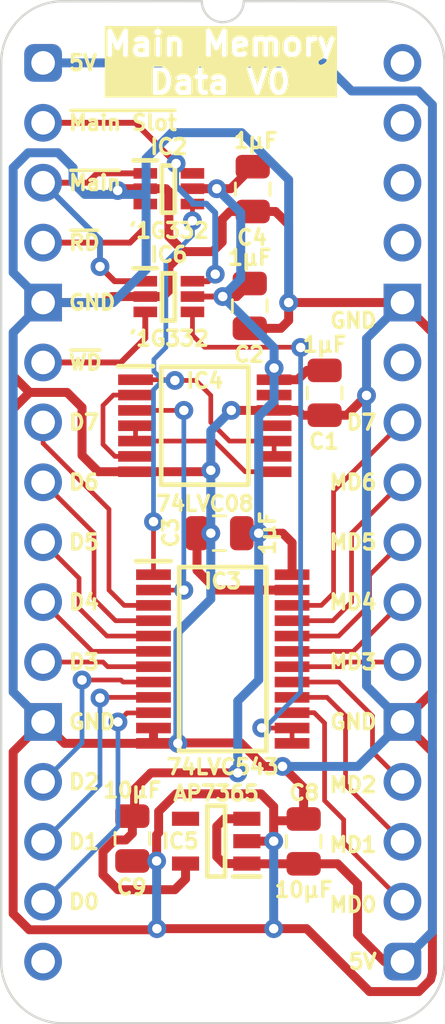
<source format=kicad_pcb>
(kicad_pcb (version 20241229) (generator "pcbnew") (generator_version "9.0")
  (title_block (title "Main Memory Data") (date "2024-02-15") (rev "V0"))
  (layers (0 "F.Cu" signal) (2 "B.Cu" signal) (13 "F.Paste" user) (15 "B.Paste" user) (5 "F.SilkS" user "F.Silkscreen") (7 "B.SilkS" user "B.Silkscreen") (1 "F.Mask" user) (3 "B.Mask" user) (25 "Edge.Cuts" user))
  (net 0 "")
  (net 1 "GND")
  (net 2 "5V")
  (net 3 "/3.3V")
  (net 5 "~{Main Slot}")
  (net 6 "~{Main}")
  (net 7 "~{Main RD}")
  (net 8 "D2")
  (net 9 "D0")
  (net 10 "MD1")
  (net 11 "D3")
  (net 12 "MD7")
  (net 13 "D4")
  (net 14 "MD6")
  (net 15 "MD0")
  (net 16 "D6")
  (net 17 "MD2")
  (net 18 "MD4")
  (net 19 "D7")
  (net 20 "MD3")
  (net 21 "MD5")
  (net 22 "D5")
  (net 23 "D1")
  (net 24 "~{Main WD}")
  (net 31 "/~{Read}")
  (net 32 "/~{Write}")
  (net 33 "/~{Read}_{3}")
  (net 34 "/~{Read}_{2}")
  (net 36 "/~{Read}_{4}")
  (footprint "SamacSys_Parts:SOP65P640X110-14N" (layer "F.Cu") (at 6.858 15.382)
    (property "Reference" "IC4" (at 0 -1.905 0) (layer "F.SilkS") (effects (font (size 0.635 0.635))))
    (property "Value" "74LVC08APW,112" (hide yes))
    (fp_line (start -3.675 -2.525) (end -2.2 -2.525) (stroke (width 0.2)) (layer "F.SilkS"))
    (fp_line (start -1.85 -2.5) (end 1.85 -2.5) (stroke (width 0.2)) (layer "F.SilkS"))
    (fp_line (start -1.85 2.5) (end -1.85 -2.5) (stroke (width 0.2)) (layer "F.SilkS"))
    (fp_line (start 1.85 -2.5) (end 1.85 2.5) (stroke (width 0.2)) (layer "F.SilkS"))
    (fp_line (start 1.85 2.5) (end -1.85 2.5) (stroke (width 0.2)) (layer "F.SilkS"))
    (fp_text user "${Silkscreen}" (at 0 3.302 0) (layer "F.SilkS") (effects (font (size 0.635 0.635))))
    (pad "1" smd rect (at -2.938 -1.95 90) (size 0.45 1.475) (layers "F.Cu" "F.Mask" "F.Paste") (net 31 "/~{Read}"))
    (pad "2" smd rect (at -2.938 -1.3 90) (size 0.45 1.475) (layers "F.Cu" "F.Mask" "F.Paste") (net 33 "/~{Read}_{3}"))
    (pad "3" smd rect (at -2.938 -0.65 90) (size 0.45 1.475) (layers "F.Cu" "F.Mask" "F.Paste") (net 36 "/~{Read}_{4}"))
    (pad "4" smd rect (at -2.938 0 90) (size 0.45 1.475) (layers "F.Cu" "F.Mask" "F.Paste") (net 34 "/~{Read}_{2}"))
    (pad "5" smd rect (at -2.938 0.65 90) (size 0.45 1.475) (layers "F.Cu" "F.Mask" "F.Paste") (net 34 "/~{Read}_{2}"))
    (pad "6" smd rect (at -2.938 1.3 90) (size 0.45 1.475) (layers "F.Cu" "F.Mask" "F.Paste") (net 33 "/~{Read}_{3}"))
    (pad "7" smd rect (at -2.938 1.95 90) (size 0.45 1.475) (layers "F.Cu" "F.Mask" "F.Paste") (net 1 "GND"))
    (pad "8" smd rect (at 2.938 1.95 90) (size 0.45 1.475) (layers "F.Cu" "F.Mask" "F.Paste") (net 34 "/~{Read}_{2}"))
    (pad "9" smd rect (at 2.938 1.3 90) (size 0.45 1.475) (layers "F.Cu" "F.Mask" "F.Paste") (net 31 "/~{Read}"))
    (pad "10" smd rect (at 2.938 0.65 90) (size 0.45 1.475) (layers "F.Cu" "F.Mask" "F.Paste") (net 31 "/~{Read}"))
    (pad "11" smd rect (at 2.938 0 90) (size 0.45 1.475) (layers "F.Cu" "F.Mask" "F.Paste"))
    (pad "12" smd rect (at 2.938 -0.65 90) (size 0.45 1.475) (layers "F.Cu" "F.Mask" "F.Paste") (net 1 "GND"))
    (pad "13" smd rect (at 2.938 -1.3 90) (size 0.45 1.475) (layers "F.Cu" "F.Mask" "F.Paste") (net 1 "GND"))
    (pad "14" smd rect (at 2.938 -1.95 90) (size 0.45 1.475) (layers "F.Cu" "F.Mask" "F.Paste") (net 3 "/3.3V"))
  )
  (footprint "SamacSys_Parts:SOT65P210X110-6N" (layer "F.Cu") (at 5.334 5.334)
    (property "Reference" "IC2" (at 0 -1.778 0) (layer "F.SilkS") (effects (font (size 0.635 0.635))))
    (property "Value" "SN74LVC1G332DCKR" (hide yes))
    (fp_line (start -1.5 -1.2) (end -0.5 -1.2) (stroke (width 0.2)) (layer "F.SilkS"))
    (fp_line (start -0.296 -0.984) (end 0.254 -0.984) (stroke (width 0.2)) (layer "F.SilkS"))
    (fp_line (start -0.296 1.016) (end -0.296 -0.984) (stroke (width 0.2)) (layer "F.SilkS"))
    (fp_line (start 0.254 -0.984) (end 0.254 1.016) (stroke (width 0.2)) (layer "F.SilkS"))
    (fp_line (start 0.254 1.016) (end -0.296 1.016) (stroke (width 0.2)) (layer "F.SilkS"))
    (fp_text user "${Silkscreen}" (at 0 1.778 0) (layer "F.SilkS") (effects (font (size 0.635 0.635))))
    (pad "1" smd rect (at -1 -0.65 90) (size 0.45 1) (layers "F.Cu" "F.Mask" "F.Paste") (net 6 "~{Main}"))
    (pad "2" smd rect (at -1 0 90) (size 0.45 1) (layers "F.Cu" "F.Mask" "F.Paste") (net 1 "GND"))
    (pad "3" smd rect (at -1 0.65 90) (size 0.45 1) (layers "F.Cu" "F.Mask" "F.Paste") (net 7 "~{Main RD}"))
    (pad "4" smd rect (at 1 0.65 90) (size 0.45 1) (layers "F.Cu" "F.Mask" "F.Paste") (net 31 "/~{Read}"))
    (pad "5" smd rect (at 1 0 90) (size 0.45 1) (layers "F.Cu" "F.Mask" "F.Paste") (net 3 "/3.3V"))
    (pad "6" smd rect (at 1 -0.65 90) (size 0.45 1) (layers "F.Cu" "F.Mask" "F.Paste") (net 5 "~{Main Slot}"))
  )
  (footprint "SamacSys_Parts:C_0805" (layer "F.Cu") (at 11.049 33.02)
    (property "Reference" "C8" (at 0.027 -2.075 180) (layer "F.SilkS") (effects (font (size 0.635 0.635))))
    (property "Value" "10µF" (at 0 2.032 0) (layer "F.SilkS") (effects (font (size 0.635 0.635))))
    (fp_line (start -0.735 0.245252) (end -0.735 -0.277252) (stroke (width 0.12)) (layer "F.SilkS"))
    (fp_line (start 0.735 0.245252) (end 0.735 -0.277252) (stroke (width 0.12)) (layer "F.SilkS"))
    (pad "1" smd roundrect (at 0 0.934 90) (size 1 1.45) (layers "F.Cu" "F.Mask" "F.Paste") (net 2 "5V"))
    (pad "2" smd roundrect (at 0 -0.966 90) (size 1 1.45) (layers "F.Cu" "F.Mask" "F.Paste") (net 1 "GND"))
  )
  (footprint "SamacSys_Parts:DIP-32_Board_W15.24mm" (layer "F.Cu") (at 0 0)
    (property "Reference" "J5" (hide yes))
    (property "Value" "Board 2x16 W15.24mm" (hide yes))
    (fp_line (start -1.778 38.1) (end -1.778 0) (stroke (width 0.1)) (layer "Edge.Cuts"))
    (fp_line (start 6.731 -2.6162) (end 0.835732 -2.613732) (stroke (width 0.1)) (layer "Edge.Cuts"))
    (fp_line (start 14.404267 -2.613733) (end 8.509 -2.6162) (stroke (width 0.1)) (layer "Edge.Cuts"))
    (fp_line (start 14.404268 40.713732) (end 0.835733 40.713733) (stroke (width 0.1)) (layer "Edge.Cuts"))
    (fp_line (start 17.018 38.1) (end 17.017999 -0.000001) (stroke (width 0.1)) (layer "Edge.Cuts"))
    (fp_arc (start -1.778 0) (mid -1.012456 -1.848188) (end 0.835732 -2.613732) (stroke (width 0.1)) (layer "Edge.Cuts"))
    (fp_arc (start 0.835733 40.713733) (mid -1.012456 39.948189) (end -1.778 38.1) (stroke (width 0.1)) (layer "Edge.Cuts"))
    (fp_arc (start 8.509 -2.6162) (mid 7.62 -1.7272) (end 6.731 -2.6162) (stroke (width 0.1)) (layer "Edge.Cuts"))
    (fp_arc (start 14.404267 -2.613733) (mid 16.252455 -1.848189) (end 17.017999 -0.000001) (stroke (width 0.1)) (layer "Edge.Cuts"))
    (fp_arc (start 17.018 38.1) (mid 16.252455 39.948187) (end 14.404268 40.713732) (stroke (width 0.1)) (layer "Edge.Cuts"))
    (pad "1" thru_hole roundrect (at 0 0) (size 1.6 1.6) (drill 1) (layers "*.Cu" "*.Mask") (net 2 "5V"))
    (pad "2" thru_hole oval (at 0 2.54) (size 1.6 1.6) (drill 1) (layers "*.Cu" "*.Mask") (net 5 "~{Main Slot}"))
    (pad "3" thru_hole oval (at 0 5.08) (size 1.6 1.6) (drill 1) (layers "*.Cu" "*.Mask") (net 6 "~{Main}"))
    (pad "4" thru_hole oval (at 0 7.62) (size 1.6 1.6) (drill 1) (layers "*.Cu" "*.Mask") (net 7 "~{Main RD}"))
    (pad "5" thru_hole rect (at 0 10.16) (size 1.6 1.6) (drill 1) (layers "*.Cu" "*.Mask") (net 1 "GND"))
    (pad "6" thru_hole oval (at 0 12.7) (size 1.6 1.6) (drill 1) (layers "*.Cu" "*.Mask") (net 24 "~{Main WD}"))
    (pad "7" thru_hole oval (at 0 15.24) (size 1.6 1.6) (drill 1) (layers "*.Cu" "*.Mask") (net 19 "D7"))
    (pad "8" thru_hole oval (at 0 17.78) (size 1.6 1.6) (drill 1) (layers "*.Cu" "*.Mask") (net 16 "D6"))
    (pad "9" thru_hole oval (at 0 20.32) (size 1.6 1.6) (drill 1) (layers "*.Cu" "*.Mask") (net 22 "D5"))
    (pad "10" thru_hole oval (at 0 22.86) (size 1.6 1.6) (drill 1) (layers "*.Cu" "*.Mask") (net 13 "D4"))
    (pad "11" thru_hole oval (at 0 25.4) (size 1.6 1.6) (drill 1) (layers "*.Cu" "*.Mask") (net 11 "D3"))
    (pad "12" thru_hole rect (at 0 27.94) (size 1.6 1.6) (drill 1) (layers "*.Cu" "*.Mask") (net 1 "GND"))
    (pad "13" thru_hole oval (at 0 30.48) (size 1.6 1.6) (drill 1) (layers "*.Cu" "*.Mask") (net 8 "D2"))
    (pad "14" thru_hole oval (at 0 33.02) (size 1.6 1.6) (drill 1) (layers "*.Cu" "*.Mask") (net 23 "D1"))
    (pad "15" thru_hole oval (at 0 35.56) (size 1.6 1.6) (drill 1) (layers "*.Cu" "*.Mask") (net 9 "D0"))
    (pad "16" thru_hole oval (at 0 38.1) (size 1.6 1.6) (drill 1) (layers "*.Cu" "*.Mask"))
    (pad "17" thru_hole roundrect (at 15.24 38.1) (size 1.6 1.6) (drill 1) (layers "*.Cu" "*.Mask") (net 2 "5V"))
    (pad "18" thru_hole oval (at 15.24 35.56 180) (size 1.6 1.6) (drill 1) (layers "*.Cu" "*.Mask") (net 15 "MD0"))
    (pad "19" thru_hole oval (at 15.24 33.02 180) (size 1.6 1.6) (drill 1) (layers "*.Cu" "*.Mask") (net 10 "MD1"))
    (pad "20" thru_hole oval (at 15.24 30.48 180) (size 1.6 1.6) (drill 1) (layers "*.Cu" "*.Mask") (net 17 "MD2"))
    (pad "21" thru_hole rect (at 15.24 27.94) (size 1.6 1.6) (drill 1) (layers "*.Cu" "*.Mask") (net 1 "GND"))
    (pad "22" thru_hole oval (at 15.24 25.4) (size 1.6 1.6) (drill 1) (layers "*.Cu" "*.Mask") (net 20 "MD3"))
    (pad "23" thru_hole oval (at 15.24 22.86) (size 1.6 1.6) (drill 1) (layers "*.Cu" "*.Mask") (net 18 "MD4"))
    (pad "24" thru_hole oval (at 15.24 20.32) (size 1.6 1.6) (drill 1) (layers "*.Cu" "*.Mask") (net 21 "MD5"))
    (pad "25" thru_hole oval (at 15.24 17.78) (size 1.6 1.6) (drill 1) (layers "*.Cu" "*.Mask") (net 14 "MD6"))
    (pad "26" thru_hole oval (at 15.24 15.24) (size 1.6 1.6) (drill 1) (layers "*.Cu" "*.Mask") (net 12 "MD7"))
    (pad "27" thru_hole oval (at 15.24 12.7) (size 1.6 1.6) (drill 1) (layers "*.Cu" "*.Mask"))
    (pad "28" thru_hole rect (at 15.24 10.16) (size 1.6 1.6) (drill 1) (layers "*.Cu" "*.Mask") (net 1 "GND"))
    (pad "29" thru_hole oval (at 15.24 7.62) (size 1.6 1.6) (drill 1) (layers "*.Cu" "*.Mask"))
    (pad "30" thru_hole oval (at 15.24 5.08) (size 1.6 1.6) (drill 1) (layers "*.Cu" "*.Mask"))
    (pad "31" thru_hole oval (at 15.24 2.54) (size 1.6 1.6) (drill 1) (layers "*.Cu" "*.Mask"))
    (pad "32" thru_hole oval (at 15.24 0) (size 1.6 1.6) (drill 1) (layers "*.Cu" "*.Mask"))
  )
  (footprint "SamacSys_Parts:C_0805" (layer "F.Cu") (at 8.763 10.287 180)
    (property "Reference" "C2" (at 0.027 -2.075 0) (layer "F.SilkS") (effects (font (size 0.635 0.635))))
    (property "Value" "1μF" (at 0 2.032 0) (layer "F.SilkS") (effects (font (size 0.635 0.635))))
    (fp_line (start 0.735 -0.277252) (end 0.735 0.245252) (stroke (width 0.12)) (layer "F.SilkS"))
    (fp_line (start -0.735 -0.277252) (end -0.735 0.245252) (stroke (width 0.12)) (layer "F.SilkS"))
    (pad "1" smd roundrect (at 0 0.934 270) (size 1 1.45) (layers "F.Cu" "F.Mask" "F.Paste") (net 3 "/3.3V"))
    (pad "2" smd roundrect (at 0 -0.966 270) (size 1 1.45) (layers "F.Cu" "F.Mask" "F.Paste") (net 1 "GND"))
  )
  (footprint "SamacSys_Parts:SOP65P640X120-24N" (layer "F.Cu") (at 7.62 25.273)
    (property "Reference" "IC3" (at 0 -3.302 0) (layer "F.SilkS") (effects (font (size 0.635 0.635))))
    (property "Value" "SN74LVC543APWR" (hide yes))
    (fp_line (start -3.675 -4.15) (end -2.2 -4.15) (stroke (width 0.2)) (layer "F.SilkS"))
    (fp_line (start -1.85 -3.9) (end 1.85 -3.9) (stroke (width 0.2)) (layer "F.SilkS"))
    (fp_line (start -1.85 3.9) (end -1.85 -3.9) (stroke (width 0.2)) (layer "F.SilkS"))
    (fp_line (start 1.85 -3.9) (end 1.85 3.9) (stroke (width 0.2)) (layer "F.SilkS"))
    (fp_line (start 1.85 3.9) (end -1.85 3.9) (stroke (width 0.2)) (layer "F.SilkS"))
    (fp_text user "${Silkscreen}" (at 0 4.572 0) (layer "F.SilkS") (effects (font (size 0.635 0.635))))
    (pad "1" smd rect (at -2.938 -3.575 90) (size 0.45 1.475) (layers "F.Cu" "F.Mask" "F.Paste") (net 31 "/~{Read}"))
    (pad "2" smd rect (at -2.938 -2.925 90) (size 0.45 1.475) (layers "F.Cu" "F.Mask" "F.Paste") (net 36 "/~{Read}_{4}"))
    (pad "3" smd rect (at -2.938 -2.275 90) (size 0.45 1.475) (layers "F.Cu" "F.Mask" "F.Paste") (net 19 "D7"))
    (pad "4" smd rect (at -2.938 -1.625 90) (size 0.45 1.475) (layers "F.Cu" "F.Mask" "F.Paste") (net 16 "D6"))
    (pad "5" smd rect (at -2.938 -0.975 90) (size 0.45 1.475) (layers "F.Cu" "F.Mask" "F.Paste") (net 22 "D5"))
    (pad "6" smd rect (at -2.938 -0.325 90) (size 0.45 1.475) (layers "F.Cu" "F.Mask" "F.Paste") (net 13 "D4"))
    (pad "7" smd rect (at -2.938 0.325 90) (size 0.45 1.475) (layers "F.Cu" "F.Mask" "F.Paste") (net 11 "D3"))
    (pad "8" smd rect (at -2.938 0.975 90) (size 0.45 1.475) (layers "F.Cu" "F.Mask" "F.Paste") (net 8 "D2"))
    (pad "9" smd rect (at -2.938 1.625 90) (size 0.45 1.475) (layers "F.Cu" "F.Mask" "F.Paste") (net 23 "D1"))
    (pad "10" smd rect (at -2.938 2.275 90) (size 0.45 1.475) (layers "F.Cu" "F.Mask" "F.Paste") (net 9 "D0"))
    (pad "11" smd rect (at -2.938 2.925 90) (size 0.45 1.475) (layers "F.Cu" "F.Mask" "F.Paste") (net 1 "GND"))
    (pad "12" smd rect (at -2.938 3.575 90) (size 0.45 1.475) (layers "F.Cu" "F.Mask" "F.Paste") (net 1 "GND"))
    (pad "13" smd rect (at 2.938 3.575 90) (size 0.45 1.475) (layers "F.Cu" "F.Mask" "F.Paste") (net 32 "/~{Write}"))
    (pad "14" smd rect (at 2.938 2.925 90) (size 0.45 1.475) (layers "F.Cu" "F.Mask" "F.Paste") (net 32 "/~{Write}"))
    (pad "15" smd rect (at 2.938 2.275 90) (size 0.45 1.475) (layers "F.Cu" "F.Mask" "F.Paste") (net 15 "MD0"))
    (pad "16" smd rect (at 2.938 1.625 90) (size 0.45 1.475) (layers "F.Cu" "F.Mask" "F.Paste") (net 10 "MD1"))
    (pad "17" smd rect (at 2.938 0.975 90) (size 0.45 1.475) (layers "F.Cu" "F.Mask" "F.Paste") (net 17 "MD2"))
    (pad "18" smd rect (at 2.938 0.325 90) (size 0.45 1.475) (layers "F.Cu" "F.Mask" "F.Paste") (net 20 "MD3"))
    (pad "19" smd rect (at 2.938 -0.325 90) (size 0.45 1.475) (layers "F.Cu" "F.Mask" "F.Paste") (net 18 "MD4"))
    (pad "20" smd rect (at 2.938 -0.975 90) (size 0.45 1.475) (layers "F.Cu" "F.Mask" "F.Paste") (net 21 "MD5"))
    (pad "21" smd rect (at 2.938 -1.625 90) (size 0.45 1.475) (layers "F.Cu" "F.Mask" "F.Paste") (net 14 "MD6"))
    (pad "22" smd rect (at 2.938 -2.275 90) (size 0.45 1.475) (layers "F.Cu" "F.Mask" "F.Paste") (net 12 "MD7"))
    (pad "23" smd rect (at 2.938 -2.925 90) (size 0.45 1.475) (layers "F.Cu" "F.Mask" "F.Paste") (net 1 "GND"))
    (pad "24" smd rect (at 2.938 -3.575 90) (size 0.45 1.475) (layers "F.Cu" "F.Mask" "F.Paste") (net 3 "/3.3V"))
  )
  (footprint "SamacSys_Parts:C_0805" (layer "F.Cu") (at 7.493 19.939 90)
    (property "Reference" "C3" (at 0.027 -2.075 90) (layer "F.SilkS") (effects (font (size 0.635 0.635))))
    (property "Value" "1μF" (at 0 2.032 90) (layer "F.SilkS") (effects (font (size 0.635 0.635))))
    (fp_line (start 0.735 -0.277252) (end 0.735 0.245252) (stroke (width 0.12)) (layer "F.SilkS"))
    (fp_line (start -0.735 -0.277252) (end -0.735 0.245252) (stroke (width 0.12)) (layer "F.SilkS"))
    (pad "1" smd roundrect (at 0 0.934 180) (size 1 1.45) (layers "F.Cu" "F.Mask" "F.Paste") (net 3 "/3.3V"))
    (pad "2" smd roundrect (at 0 -0.966 180) (size 1 1.45) (layers "F.Cu" "F.Mask" "F.Paste") (net 1 "GND"))
  )
  (footprint "SamacSys_Parts:C_0805" (layer "F.Cu") (at 3.7846 32.8676 180)
    (property "Reference" "C9" (at 0.027 -2.075 0) (layer "F.SilkS") (effects (font (size 0.635 0.635))))
    (property "Value" "10µF" (at 0 2.032 180) (layer "F.SilkS") (effects (font (size 0.635 0.635))))
    (fp_line (start 0.735 0.245252) (end 0.735 -0.277252) (stroke (width 0.12)) (layer "F.SilkS"))
    (fp_line (start -0.735 0.245252) (end -0.735 -0.277252) (stroke (width 0.12)) (layer "F.SilkS"))
    (pad "1" smd roundrect (at 0 0.934 270) (size 1 1.45) (layers "F.Cu" "F.Mask" "F.Paste") (net 3 "/3.3V"))
    (pad "2" smd roundrect (at 0 -0.966 270) (size 1 1.45) (layers "F.Cu" "F.Mask" "F.Paste") (net 1 "GND"))
  )
  (footprint "SamacSys_Parts:SOT95P285X130-5N" (layer "F.Cu") (at 7.3406 32.9946 180)
    (property "Reference" "IC5" (at 1.524 0 180) (layer "F.SilkS") (effects (font (size 0.635 0.635))))
    (property "Value" "AP7365-33WG-7" (hide yes))
    (fp_line (start 0.375 1.5) (end -0.375 1.5) (stroke (width 0.2)) (layer "F.SilkS"))
    (fp_line (start 0.375 -1.5) (end 0.375 1.5) (stroke (width 0.2)) (layer "F.SilkS"))
    (fp_line (start -0.375 1.5) (end -0.375 -1.5) (stroke (width 0.2)) (layer "F.SilkS"))
    (fp_line (start -0.375 -1.5) (end 0.375 -1.5) (stroke (width 0.2)) (layer "F.SilkS"))
    (fp_line (start -1.875 -1.5) (end -0.725 -1.5) (stroke (width 0.2)) (layer "F.SilkS"))
    (fp_text user "${Silkscreen}" (at 0 2.032 180) (layer "F.SilkS") (effects (font (size 0.635 0.635))))
    (pad "1" smd rect (at -1.3 -0.95 270) (size 0.6 1.15) (layers "F.Cu" "F.Mask" "F.Paste") (net 2 "5V"))
    (pad "2" smd rect (at -1.3 0 270) (size 0.6 1.15) (layers "F.Cu" "F.Mask" "F.Paste") (net 1 "GND"))
    (pad "3" smd rect (at -1.3 0.95 270) (size 0.6 1.15) (layers "F.Cu" "F.Mask" "F.Paste") (net 2 "5V"))
    (pad "4" smd rect (at 1.3 0.95 270) (size 0.6 1.15) (layers "F.Cu" "F.Mask" "F.Paste"))
    (pad "5" smd rect (at 1.3 -0.95 270) (size 0.6 1.15) (layers "F.Cu" "F.Mask" "F.Paste") (net 3 "/3.3V"))
  )
  (footprint "SamacSys_Parts:SOT65P210X110-6N" (layer "F.Cu") (at 5.334 9.906)
    (property "Reference" "IC6" (at 0 -1.778 0) (layer "F.SilkS") (effects (font (size 0.635 0.635))))
    (property "Value" "SN74LVC1G332DCKR" (hide yes))
    (fp_line (start -1.5 -1.2) (end -0.5 -1.2) (stroke (width 0.2)) (layer "F.SilkS"))
    (fp_line (start -0.296 -0.984) (end 0.254 -0.984) (stroke (width 0.2)) (layer "F.SilkS"))
    (fp_line (start -0.296 1.016) (end -0.296 -0.984) (stroke (width 0.2)) (layer "F.SilkS"))
    (fp_line (start 0.254 -0.984) (end 0.254 1.016) (stroke (width 0.2)) (layer "F.SilkS"))
    (fp_line (start 0.254 1.016) (end -0.296 1.016) (stroke (width 0.2)) (layer "F.SilkS"))
    (fp_text user "${Silkscreen}" (at 0 1.778 0) (layer "F.SilkS") (effects (font (size 0.635 0.635))))
    (pad "1" smd rect (at -1 -0.65 90) (size 0.45 1) (layers "F.Cu" "F.Mask" "F.Paste") (net 6 "~{Main}"))
    (pad "2" smd rect (at -1 0 90) (size 0.45 1) (layers "F.Cu" "F.Mask" "F.Paste") (net 1 "GND"))
    (pad "3" smd rect (at -1 0.65 90) (size 0.45 1) (layers "F.Cu" "F.Mask" "F.Paste") (net 24 "~{Main WD}"))
    (pad "4" smd rect (at 1 0.65 90) (size 0.45 1) (layers "F.Cu" "F.Mask" "F.Paste") (net 32 "/~{Write}"))
    (pad "5" smd rect (at 1 0 90) (size 0.45 1) (layers "F.Cu" "F.Mask" "F.Paste") (net 3 "/3.3V"))
    (pad "6" smd rect (at 1 -0.65 90) (size 0.45 1) (layers "F.Cu" "F.Mask" "F.Paste") (net 5 "~{Main Slot}"))
  )
  (footprint "SamacSys_Parts:C_0805" (layer "F.Cu") (at 11.938 13.97 180)
    (property "Reference" "C1" (at 0.027 -2.075 0) (layer "F.SilkS") (effects (font (size 0.635 0.635))))
    (property "Value" "1μF" (at 0 2.032 0) (layer "F.SilkS") (effects (font (size 0.635 0.635))))
    (fp_line (start 0.735 -0.277252) (end 0.735 0.245252) (stroke (width 0.12)) (layer "F.SilkS"))
    (fp_line (start -0.735 -0.277252) (end -0.735 0.245252) (stroke (width 0.12)) (layer "F.SilkS"))
    (pad "1" smd roundrect (at 0 0.934 270) (size 1 1.45) (layers "F.Cu" "F.Mask" "F.Paste") (net 3 "/3.3V"))
    (pad "2" smd roundrect (at 0 -0.966 270) (size 1 1.45) (layers "F.Cu" "F.Mask" "F.Paste") (net 1 "GND"))
  )
  (footprint "SamacSys_Parts:C_0805" (layer "F.Cu") (at 8.89 5.334 180)
    (property "Reference" "C4" (at 0.027 -2.075 0) (layer "F.SilkS") (effects (font (size 0.635 0.635))))
    (property "Value" "1μF" (at -0.127 2.032 0) (layer "F.SilkS") (effects (font (size 0.635 0.635))))
    (fp_line (start 0.735 -0.277252) (end 0.735 0.245252) (stroke (width 0.12)) (layer "F.SilkS"))
    (fp_line (start -0.735 -0.277252) (end -0.735 0.245252) (stroke (width 0.12)) (layer "F.SilkS"))
    (pad "1" smd roundrect (at 0 0.934 270) (size 1 1.45) (layers "F.Cu" "F.Mask" "F.Paste") (net 3 "/3.3V"))
    (pad "2" smd roundrect (at 0 -0.966 270) (size 1 1.45) (layers "F.Cu" "F.Mask" "F.Paste") (net 1 "GND"))
  )
  (gr_text "D3" (at 1.016 25.4 0) (layer "F.SilkS") (effects (font (size 0.635 0.635)) (justify left)))
  (gr_text "GND" (at 14.224 27.94 0) (layer "F.SilkS") (effects (font (size 0.635 0.635)) (justify right)))
  (gr_text "~{Main}" (at 1.016 5.08 0) (layer "F.SilkS") (effects (font (size 0.635 0.635)) (justify left)))
  (gr_text "D6" (at 1.016 17.78 0) (layer "F.SilkS") (effects (font (size 0.635 0.635)) (justify left)))
  (gr_text "MD1" (at 14.224 33.147 0) (layer "F.SilkS") (effects (font (size 0.635 0.635)) (justify right)))
  (gr_text "D2" (at 1.016 30.48 0) (layer "F.SilkS") (effects (font (size 0.635 0.635)) (justify left)))
  (gr_text "5V" (at 14.224 38.1 0) (layer "F.SilkS") (effects (font (size 0.635 0.635)) (justify right)))
  (gr_text "MD3" (at 14.224 25.4 0) (layer "F.SilkS") (effects (font (size 0.635 0.635)) (justify right)))
  (gr_text "GND" (at 1.016 27.94 0) (layer "F.SilkS") (effects (font (size 0.635 0.635)) (justify left)))
  (gr_text "D7" (at 1.016 15.24 0) (layer "F.SilkS") (effects (font (size 0.635 0.635)) (justify left)))
  (gr_text "MD4" (at 14.224 22.86 0) (layer "F.SilkS") (effects (font (size 0.635 0.635)) (justify right)))
  (gr_text "GND" (at 14.224 10.922 0) (layer "F.SilkS") (effects (font (size 0.635 0.635)) (justify right)))
  (gr_text "D1" (at 1.016 33.02 0) (layer "F.SilkS") (effects (font (size 0.635 0.635)) (justify left)))
  (gr_text "~{RD}" (at 1.016 7.62 0) (layer "F.SilkS") (effects (font (size 0.635 0.635)) (justify left)))
  (gr_text "D5" (at 1.016 20.32 0) (layer "F.SilkS") (effects (font (size 0.635 0.635)) (justify left)))
  (gr_text "D0" (at 1.016 35.56 0) (layer "F.SilkS") (effects (font (size 0.635 0.635)) (justify left)))
  (gr_text "GND" (at 1.016 10.16 0) (layer "F.SilkS") (effects (font (size 0.635 0.635)) (justify left)))
  (gr_text "D4" (at 1.016 22.86 0) (layer "F.SilkS") (effects (font (size 0.635 0.635)) (justify left)))
  (gr_text "D7" (at 14.224 15.24 0) (layer "F.SilkS") (effects (font (size 0.635 0.635)) (justify right)))
  (gr_text "5V" (at 1.016 0 0) (layer "F.SilkS") (effects (font (size 0.635 0.635)) (justify left)))
  (gr_text "~{WD}" (at 1.016 12.7 0) (layer "F.SilkS") (effects (font (size 0.635 0.635)) (justify left)))
  (gr_text "MD5" (at 14.224 20.32 0) (layer "F.SilkS") (effects (font (size 0.635 0.635)) (justify right)))
  (gr_text "Main Memory\nData V0" (at 7.493 0 0) (layer "F.SilkS" knockout) (effects (font (size 1 1) (thickness 0.2) (bold yes))))
  (gr_text "~{Main Slot}" (at 1.016 2.54 0) (layer "F.SilkS") (effects (font (size 0.635 0.635)) (justify left)))
  (gr_text "MD6" (at 14.224 17.78 0) (layer "F.SilkS") (effects (font (size 0.635 0.635)) (justify right)))
  (gr_text "MD2" (at 14.224 30.607 0) (layer "F.SilkS") (effects (font (size 0.635 0.635)) (justify right)))
  (gr_text "MD0" (at 14.224 35.687 0) (layer "F.SilkS") (effects (font (size 0.635 0.635)) (justify right)))
  (segment (start 3.237547 5.334) (end 4.334 5.334) (width 0.38) (layer "F.Cu") (net 1))
  (segment (start 10.414004 10.160004) (end 10.414004 10.921996) (width 0.38) (layer "F.Cu") (net 1))
  (segment (start -1.27 14.667085) (end -0.572915 13.97) (width 0.38) (layer "F.Cu") (net 1))
  (segment (start 11.049 32.054) (end 11.049 30.721435) (width 0.38) (layer "F.Cu") (net 1))
  (segment (start 10.414008 10.16) (end 10.414004 10.160004) (width 0.38) (layer "F.Cu") (net 1))
  (segment (start -1.27 13.272915) (end -0.572915 13.97) (width 0.38) (layer "F.Cu") (net 1))
  (segment (start 9.779 32.131) (end 9.779 31.528) (width 0.38) (layer "F.Cu") (net 1))
  (segment (start 4.814001 33.833597) (end 4.814001 32.724599) (width 0.38) (layer "F.Cu") (net 1))
  (segment (start 7.595 6.629) (end 7.595 7.595) (width 0.38) (layer "F.Cu") (net 1))
  (segment (start 8.89 6.3) (end 9.856 6.3) (width 0.38) (layer "F.Cu") (net 1))
  (segment (start 3.92 17.332) (end 2.346 17.332) (width 0.38) (layer "F.Cu") (net 1))
  (segment (start 7.189 8.001) (end 5.969 8.001) (width 0.38) (layer "F.Cu") (net 1))
  (segment (start 5.715 28.848) (end 4.682 28.848) (width 0.38) (layer "F.Cu") (net 1))
  (segment (start 13.716 14.097) (end 12.877 14.936) (width 0.38) (layer "F.Cu") (net 1))
  (segment (start -1.27 26.67) (end -1.27 14.667085) (width 0.38) (layer "F.Cu") (net 1))
  (segment (start 15.928038 39.37) (end 13.843 39.37) (width 0.38) (layer "F.Cu") (net 1))
  (segment (start 0 27.94) (end -1.27 29.21) (width 0.38) (layer "F.Cu") (net 1))
  (segment (start 5.334 9.652) (end 5.334 8.636) (width 0.38) (layer "F.Cu") (net 1))
  (segment (start 3.7846 33.8336) (end 4.813998 33.8336) (width 0.38) (layer "F.Cu") (net 1))
  (segment (start 1.651 14.605) (end 1.016 13.97) (width 0.38) (layer "F.Cu") (net 1))
  (segment (start 5.334 8.636) (end 5.969 8.001) (width 0.38) (layer "F.Cu") (net 1))
  (segment (start 16.51 26.67) (end 15.24 27.94) (width 0.38) (layer "F.Cu") (net 1))
  (segment (start -0.588 36.75) (end 4.779 36.75) (width 0.38) (layer "F.Cu") (net 1))
  (segment (start 5.646244 30.988) (end 4.8996 31.734644) (width 0.38) (layer "F.Cu") (net 1))
  (segment (start 13.843 39.37) (end 11.176 36.703) (width 0.38) (layer "F.Cu") (net 1))
  (segment (start 10.414004 6.858004) (end 10.414004 10.160004) (width 0.38) (layer "F.Cu") (net 1))
  (segment (start 5.334 5.454) (end 5.334 7.366) (width 0.38) (layer "F.Cu") (net 1))
  (segment (start 4.814001 32.724599) (end 4.8996 32.639) (width 0.38) (layer "F.Cu") (net 1))
  (segment (start 10.083 11.253) (end 8.763 11.253) (width 0.38) (layer "F.Cu") (net 1))
  (segment (start 9.779 32.131) (end 10.972 32.131) (width 0.38) (layer "F.Cu") (net 1))
  (segment (start 5.214 5.334) (end 5.334 5.454) (width 0.38) (layer "F.Cu") (net 1))
  (segment (start 16.51 29.21) (end 16.51 38.577442) (width 0.38) (layer "F.Cu") (net 1))
  (segment (start -1.27 36.068) (end -0.588 36.75) (width 0.38) (layer "F.Cu") (net 1))
  (segment (start -1.27 11.43) (end -1.27 13.272915) (width 0.38) (layer "F.Cu") (net 1))
  (segment (start 10.999 14.936) (end 10.795 14.732) (width 0.38) (layer "F.Cu") (net 1))
  (segment (start 2.346 17.332) (end 1.651 16.637) (width 0.38) (layer "F.Cu") (net 1))
  (segment (start 4.813998 33.8336) (end 4.814001 33.833597) (width 0.38) (layer "F.Cu") (net 1))
  (segment (start 15.24 10.16) (end 16.51 11.43) (width 0.38) (layer "F.Cu") (net 1))
  (segment (start 12.877 14.936) (end 11.938 14.936) (width 0.38) (layer "F.Cu") (net 1))
  (segment (start 7.052 17.332) (end 3.92 17.332) (width 0.38) (layer "F.Cu") (net 1))
  (segment (start 16.432916 38.865122) (end 15.928038 39.37) (width 0.38) (layer "F.Cu") (net 1))
  (segment (start 6.527 19.939) (end 7.112 19.939) (width 0.38) (layer "F.Cu") (net 1))
  (segment (start 7.595 7.595) (end 7.189 8.001) (width 0.38) (layer "F.Cu") (net 1))
  (segment (start 4.334 9.906) (end 5.08 9.906) (width 0.38) (layer "F.Cu") (net 1))
  (segment (start 10.414004 10.921996) (end 10.083 11.253) (width 0.38) (layer "F.Cu") (net 1))
  (segment (start 5.734 28.829) (end 8.382 28.829) (width 0.38) (layer "F.Cu") (net 1))
  (segment (start 11.049 30.721435) (end 10.153366 29.825801) (width 0.38) (layer "F.Cu") (net 1))
  (segment (start 10.558 22.348) (end 7.362 22.348) (width 0.38) (layer "F.Cu") (net 1))
  (segment (start 9.796 14.082) (end 9.796 14.732) (width 0.38) (layer "F.Cu") (net 1))
  (segment (start 1.651 16.637) (end 1.651 14.605) (width 0.38) (layer "F.Cu") (net 1))
  (segment (start 3.162547 5.409) (end 3.237547 5.334) (width 0.38) (layer "F.Cu") (net 1))
  (segment (start 16.51 11.43) (end 16.51 26.67) (width 0.38) (layer "F.Cu") (net 1))
  (segment (start 4.334 9.906) (end 2.921 9.906) (width 0.38) (layer "F.Cu") (net 1))
  (segment (start 0 10.16) (end -1.27 11.43) (width 0.38) (layer "F.Cu") (net 1))
  (segment (start 7.362 22.348) (end 6.527 21.513) (width 0.38) (layer "F.Cu") (net 1))
  (segment (start 15.24 10.16) (end 10.414008 10.16) (width 0.38) (layer "F.Cu") (net 1))
  (segment (start 2.667 10.16) (end 0 10.16) (width 0.38) (layer "F.Cu") (net 1))
  (segment (start 0.908 28.848) (end 4.682 28.848) (width 0.38) (layer "F.Cu") (net 1))
  (segment (start 8.89 6.3) (end 7.924 6.3) (width 0.38) (layer "F.Cu") (net 1))
  (segment (start 15.24 27.94) (end 16.51 29.21) (width 0.38) (layer "F.Cu") (net 1))
  (segment (start 7.112 17.272) (end 7.052 17.332) (width 0.38) (layer "F.Cu") (net 1))
  (segment (start 5.334 7.366) (end 5.969 8.001) (width 0.38) (layer "F.Cu") (net 1))
  (segment (start 11.938 14.936) (end 10.999 14.936) (width 0.38) (layer "F.Cu") (net 1))
  (segment (start 11.176 36.703) (end 9.779 36.703) (width 0.38) (layer "F.Cu") (net 1))
  (segment (start 4.8996 31.734644) (end 4.8996 32.639) (width 0.38) (layer "F.Cu") (net 1))
  (segment (start -1.27 29.21) (end -1.27 36.068) (width 0.38) (layer "F.Cu") (net 1))
  (segment (start 9.856 6.3) (end 10.414004 6.858004) (width 0.38) (layer "F.Cu") (net 1))
  (segment (start 9.239 30.988) (end 5.646244 30.988) (width 0.38) (layer "F.Cu") (net 1))
  (segment (start 5.08 9.906) (end 5.334 9.652) (width 0.38) (layer "F.Cu") (net 1))
  (segment (start 8.382 28.829) (end 9.378801 29.825801) (width 0.38) (layer "F.Cu") (net 1))
  (segment (start 9.779 32.9946) (end 9.779 32.131) (width 0.38) (layer "F.Cu") (net 1))
  (segment (start 9.779 36.703) (end 4.826 36.703) (width 0.38) (layer "F.Cu") (net 1))
  (segment (start 9.378801 29.825801) (end 10.153366 29.825801) (width 0.38) (layer "F.Cu") (net 1))
  (segment (start 4.334 5.334) (end 5.214 5.334) (width 0.38) (layer "F.Cu") (net 1))
  (segment (start 5.715 28.848) (end 5.734 28.829) (width 0.38) (layer "F.Cu") (net 1))
  (segment (start 7.924 6.3) (end 7.595 6.629) (width 0.38) (layer "F.Cu") (net 1))
  (segment (start 4.779 36.75) (end 4.826 36.703) (width 0.38) (layer "F.Cu") (net 1))
  (segment (start 1.016 13.97) (end -0.572915 13.97) (width 0.38) (layer "F.Cu") (net 1))
  (segment (start 9.796 14.732) (end 10.795 14.732) (width 0.38) (layer "F.Cu") (net 1))
  (segment (start 0 27.94) (end -1.27 26.67) (width 0.38) (layer "F.Cu") (net 1))
  (segment (start 9.779 31.528) (end 9.239 30.988) (width 0.38) (layer "F.Cu") (net 1))
  (segment (start 0 27.94) (end 0.908 28.848) (width 0.38) (layer "F.Cu") (net 1))
  (segment (start 16.51 38.577442) (end 16.432916 38.865122) (width 0.38) (layer "F.Cu") (net 1))
  (segment (start 4.682 28.198) (end 4.682 28.848) (width 0.38) (layer "F.Cu") (net 1))
  (segment (start 8.6406 32.9946) (end 9.779 32.9946) (width 0.38) (layer "F.Cu") (net 1))
  (segment (start 6.527 21.513) (end 6.527 19.939) (width 0.38) (layer "F.Cu") (net 1))
  (segment (start 7.981998 14.732) (end 9.796 14.732) (width 0.38) (layer "F.Cu") (net 1))
  (segment (start 2.921 9.906) (end 2.667 10.16) (width 0.38) (layer "F.Cu") (net 1))
  (via (at 5.715 28.848) (size 0.8) (drill 0.4) (layers "F.Cu" "B.Cu") (net 1))
  (via (at 3.162547 5.409) (size 0.8) (drill 0.4) (layers "F.Cu" "B.Cu") (net 1))
  (via (at 7.981998 14.732) (size 0.8) (drill 0.4) (layers "F.Cu" "B.Cu") (net 1))
  (via (at 7.112 19.939) (size 0.8) (drill 0.4) (layers "F.Cu" "B.Cu") (net 1))
  (via (at 9.779 32.9946) (size 0.8) (drill 0.4) (layers "F.Cu" "B.Cu") (net 1))
  (via (at 4.814001 33.833597) (size 0.8) (drill 0.4) (layers "F.Cu" "B.Cu") (net 1))
  (via (at 4.826 36.703) (size 0.8) (drill 0.4) (layers "F.Cu" "B.Cu") (net 1))
  (via (at 10.153366 29.825801) (size 0.8) (drill 0.4) (layers "F.Cu" "B.Cu") (net 1))
  (via (at 13.716 14.097) (size 0.8) (drill 0.4) (layers "F.Cu" "B.Cu") (net 1))
  (via (at 9.779 36.703) (size 0.8) (drill 0.4) (layers "F.Cu" "B.Cu") (net 1))
  (via (at 7.112 17.272) (size 0.8) (drill 0.4) (layers "F.Cu" "B.Cu") (net 1))
  (via (at 10.414004 10.160004) (size 0.8) (drill 0.4) (layers "F.Cu" "B.Cu") (net 1))
  (segment (start 1.27 4.445) (end 0.635 3.81) (width 0.38) (layer "B.Cu") (net 1))
  (segment (start 2.996 5.575547) (end 1.765547 5.575547) (width 0.38) (layer "B.Cu") (net 1))
  (segment (start 13.716 14.097) (end 13.716 26.416) (width 0.38) (layer "B.Cu") (net 1))
  (segment (start 13.716 14.097) (end 13.716 11.684) (width 0.38) (layer "B.Cu") (net 1))
  (segment (start 8.420028 2.959028) (end 10.414004 4.953004) (width 0.38) (layer "B.Cu") (net 1))
  (segment (start 1.27 5.08) (end 1.27 4.445) (width 0.38) (layer "B.Cu") (net 1))
  (segment (start 7.112 17.272) (end 7.112 15.601998) (width 0.38) (layer "B.Cu") (net 1))
  (segment (start 10.414004 4.953004) (end 10.414004 10.160004) (width 0.38) (layer "B.Cu") (net 1))
  (segment (start 2.971 10.16) (end 4.368 8.763) (width 0.38) (layer "B.Cu") (net 1))
  (segment (start 3.329094 5.575547) (end 3.162547 5.409) (width 0.38) (layer "B.Cu") (net 1))
  (segment (start 3.162547 5.409) (end 2.996 5.575547) (width 0.38) (layer "B.Cu") (net 1))
  (segment (start 5.461 2.959028) (end 8.420028 2.959028) (width 0.38) (layer "B.Cu") (net 1))
  (segment (start -1.27 11.43) (end -1.27 26.67) (width 0.38) (layer "B.Cu") (net 1))
  (segment (start -0.635 3.81) (end -1.27 4.445) (width 0.38) (layer "B.Cu") (net 1))
  (segment (start 4.814001 33.833597) (end 4.814001 36.691001) (width 0.38) (layer "B.Cu") (net 1))
  (segment (start -1.27 8.89) (end 0 10.16) (width 0.38) (layer "B.Cu") (net 1))
  (segment (start 1.765547 5.575547) (end 1.27 5.08) (width 0.38) (layer "B.Cu") (net 1))
  (segment (start 13.716 11.684) (end 15.24 10.16) (width 0.38) (layer "B.Cu") (net 1))
  (segment (start 4.368 4.052028) (end 5.461 2.959028) (width 0.38) (layer "B.Cu") (net 1))
  (segment (start 7.112 15.601998) (end 7.981998 14.732) (width 0.38) (layer "B.Cu") (net 1))
  (segment (start 13.716 26.416) (end 15.24 27.94) (width 0.38) (layer "B.Cu") (net 1))
  (segment (start 0.635 3.81) (end -0.635 3.81) (width 0.38) (layer "B.Cu") (net 1))
  (segment (start 4.814001 36.691001) (end 4.826 36.703) (width 0.38) (layer "B.Cu") (net 1))
  (segment (start 0 10.16) (end 2.971 10.16) (width 0.38) (layer "B.Cu") (net 1))
  (segment (start 7.112 17.272) (end 7.112 19.939) (width 0.38) (layer "B.Cu") (net 1))
  (segment (start 4.355547 5.575547) (end 3.329094 5.575547) (width 0.38) (layer "B.Cu") (net 1))
  (segment (start 4.368 8.763) (end 4.368 4.052028) (width 0.38) (layer "B.Cu") (net 1))
  (segment (start 9.779 32.9946) (end 9.779 36.703) (width 0.38) (layer "B.Cu") (net 1))
  (segment (start 15.24 27.94) (end 13.354199 29.825801) (width 0.38) (layer "B.Cu") (net 1))
  (segment (start -1.27 26.67) (end 0 27.94) (width 0.38) (layer "B.Cu") (net 1))
  (segment (start 13.354199 29.825801) (end 10.153366 29.825801) (width 0.38) (layer "B.Cu") (net 1))
  (segment (start -1.27 4.445) (end -1.27 8.89) (width 0.38) (layer "B.Cu") (net 1))
  (segment (start 7.112 22.733) (end 5.715 24.13) (width 0.38) (layer "B.Cu") (net 1))
  (segment (start 7.112 19.939) (end 7.112 22.733) (width 0.38) (layer "B.Cu") (net 1))
  (segment (start 5.715 24.13) (end 5.715 28.848) (width 0.38) (layer "B.Cu") (net 1))
  (segment (start 0 10.16) (end -1.27 11.43) (width 0.38) (layer "B.Cu") (net 1))
  (segment (start 14.478 38.1) (end 13.335 36.957) (width 0.38) (layer "F.Cu") (net 2))
  (segment (start 7.366 33.655) (end 7.6556 33.9446) (width 0.38) (layer "F.Cu") (net 2))
  (segment (start 7.6556 33.9446) (end 8.6406 33.9446) (width 0.38) (layer "F.Cu") (net 2))
  (segment (start 13.335 34.798) (end 12.491 33.954) (width 0.38) (layer "F.Cu") (net 2))
  (segment (start 15.24 38.1) (end 14.478 38.1) (width 0.38) (layer "F.Cu") (net 2))
  (segment (start 11.049 33.954) (end 8.65 33.954) (width 0.38) (layer "F.Cu") (net 2))
  (segment (start 7.6856 32.0446) (end 7.366 32.3642) (width 0.38) (layer "F.Cu") (net 2))
  (segment (start 12.491 33.954) (end 11.049 33.954) (width 0.38) (layer "F.Cu") (net 2))
  (segment (start 8.6406 32.0446) (end 7.6856 32.0446) (width 0.38) (layer "F.Cu") (net 2))
  (segment (start 13.335 36.957) (end 13.335 34.798) (width 0.38) (layer "F.Cu") (net 2))
  (segment (start 7.366 32.3642) (end 7.366 33.655) (width 0.38) (layer "F.Cu") (net 2))
  (segment (start 16.51 36.83) (end 16.51 1.778) (width 0.38) (layer "B.Cu") (net 2))
  (segment (start 11.89 0) (end 0 0) (width 0.38) (layer "B.Cu") (net 2))
  (segment (start 16.51 1.778) (end 15.923 1.191) (width 0.38) (layer "B.Cu") (net 2))
  (segment (start 13.081 1.191) (end 11.89 0) (width 0.38) (layer "B.Cu") (net 2))
  (segment (start 15.24 38.1) (end 16.51 36.83) (width 0.38) (layer "B.Cu") (net 2))
  (segment (start 15.923 1.191) (end 13.081 1.191) (width 0.38) (layer "B.Cu") (net 2))
  (segment (start 8.763 9.353) (end 8.209985 9.906015) (width 0.38) (layer "F.Cu") (net 3))
  (segment (start 6.0406 33.9446) (end 6.0406 34.5994) (width 0.38) (layer "F.Cu") (net 3))
  (segment (start 3.175 35.052) (end 2.54 34.417) (width 0.38) (layer "F.Cu") (net 3))
  (segment (start 7.365981 5.334) (end 7.365987 5.334006) (width 0.38) (layer "F.Cu") (net 3))
  (segment (start 11.191 13.036) (end 10.795 13.432) (width 0.38) (layer "F.Cu") (net 3))
  (segment (start 6.0406 34.5994) (end 5.588 35.052) (width 0.38) (layer "F.Cu") (net 3))
  (segment (start 3.037576 32.9436) (end 3.5054 32.9436) (width 0.38) (layer "F.Cu") (net 3))
  (segment (start 10.16 19.939) (end 10.558 20.337) (width 0.38) (layer "F.Cu") (net 3))
  (segment (start 9.796 12.937) (end 9.796 13.432) (width 0.38) (layer "F.Cu") (net 3))
  (segment (start 10.558 20.337) (end 10.558 21.698) (width 0.38) (layer "F.Cu") (net 3))
  (segment (start 4.572 30.099) (end 3.8804 30.7906) (width 0.38) (layer "F.Cu") (net 3))
  (segment (start 6.334 5.334) (end 7.365981 5.334) (width 0.38) (layer "F.Cu") (net 3))
  (segment (start 6.334 9.906) (end 7.62 9.906) (width 0.25) (layer "F.Cu") (net 3))
  (segment (start 9.144 19.939) (end 8.427 19.939) (width 0.38) (layer "F.Cu") (net 3))
  (segment (start 8.209985 9.906015) (end 7.620015 9.906015) (width 0.38) (layer "F.Cu") (net 3))
  (segment (start 7.955994 5.334006) (end 8.89 4.4) (width 0.38) (layer "F.Cu") (net 3))
  (segment (start 9.144 19.939) (end 10.16 19.939) (width 0.38) (layer "F.Cu") (net 3))
  (segment (start 3.8804 30.7906) (end 3.8804 31.9336) (width 0.38) (layer "F.Cu") (net 3))
  (segment (start 5.588 35.052) (end 3.175 35.052) (width 0.38) (layer "F.Cu") (net 3))
  (segment (start 3.5054 32.9436) (end 3.7846 32.6644) (width 0.38) (layer "F.Cu") (net 3))
  (segment (start 9.796 13.432) (end 10.795 13.432) (width 0.38) (layer "F.Cu") (net 3))
  (segment (start 7.62 9.906) (end 7.620015 9.906015) (width 0.25) (layer "F.Cu") (net 3))
  (segment (start 7.365987 5.334006) (end 7.955994 5.334006) (width 0.38) (layer "F.Cu") (net 3))
  (segment (start 3.7846 32.6644) (end 3.7846 31.9336) (width 0.38) (layer "F.Cu") (net 3))
  (segment (start 11.938 13.036) (end 11.191 13.036) (width 0.38) (layer "F.Cu") (net 3))
  (segment (start 8.255 30.099) (end 4.572 30.099) (width 0.38) (layer "F.Cu") (net 3))
  (segment (start 2.54 33.441176) (end 3.037576 32.9436) (width 0.38) (layer "F.Cu") (net 3))
  (segment (start 2.54 34.417) (end 2.54 33.441176) (width 0.38) (layer "F.Cu") (net 3))
  (via (at 9.144 19.939) (size 0.8) (drill 0.4) (layers "F.Cu" "B.Cu") (net 3))
  (via (at 9.796 12.937) (size 0.8) (drill 0.4) (layers "F.Cu" "B.Cu") (net 3))
  (via (at 7.365987 5.334006) (size 0.8) (drill 0.4) (layers "F.Cu" "B.Cu") (net 3))
  (via (at 8.255 30.099) (size 0.8) (drill 0.4) (layers "F.Cu" "B.Cu") (net 3))
  (via (at 7.620015 9.906015) (size 0.8) (drill 0.4) (layers "F.Cu" "B.Cu") (net 3))
  (segment (start 9.144 19.939) (end 9.144 26.162) (width 0.38) (layer "B.Cu") (net 3))
  (segment (start 9.796 12.082) (end 7.620015 9.906015) (width 0.38) (layer "B.Cu") (net 3))
  (segment (start 8.382 6.350019) (end 7.365987 5.334006) (width 0.38) (layer "B.Cu") (net 3))
  (segment (start 9.144 19.939) (end 9.144 14.986) (width 0.38) (layer "B.Cu") (net 3))
  (segment (start 9.796 12.937) (end 9.796 12.082) (width 0.38) (layer "B.Cu") (net 3))
  (segment (start 9.144 14.986) (end 9.796 14.334) (width 0.38) (layer "B.Cu") (net 3))
  (segment (start 8.382 9.14403) (end 8.382 6.350019) (width 0.38) (layer "B.Cu") (net 3))
  (segment (start 9.144 26.162) (end 8.255 27.051) (width 0.38) (layer "B.Cu") (net 3))
  (segment (start 9.796 14.334) (end 9.796 12.937) (width 0.38) (layer "B.Cu") (net 3))
  (segment (start 8.255 27.051) (end 8.255 30.099) (width 0.38) (layer "B.Cu") (net 3))
  (segment (start 7.620015 9.906015) (end 8.382 9.14403) (width 0.38) (layer "B.Cu") (net 3))
  (segment (start 6.334 9.256) (end 7.003038 9.256) (width 0.25) (layer "F.Cu") (net 5))
  (segment (start 6.059 4.684) (end 5.6405 4.2655) (width 0.25) (layer "F.Cu") (net 5))
  (segment (start 3.915 2.54) (end 5.6405 4.2655) (width 0.25) (layer "F.Cu") (net 5))
  (segment (start 0 2.54) (end 3.915 2.54) (width 0.25) (layer "F.Cu") (net 5))
  (segment (start 7.003038 9.256) (end 7.300694 8.958344) (width 0.25) (layer "F.Cu") (net 5))
  (via (at 7.300694 8.958344) (size 0.8) (drill 0.4) (layers "F.Cu" "B.Cu") (net 5))
  (via (at 5.6405 4.2655) (size 0.8) (drill 0.4) (layers "F.Cu" "B.Cu") (net 5))
  (segment (start 7.300694 6.352607) (end 6.917087 5.969) (width 0.25) (layer "B.Cu") (net 5))
  (segment (start 6.35 5.9165) (end 5.6405 5.207) (width 0.25) (layer "B.Cu") (net 5))
  (segment (start 6.35 5.969) (end 6.35 5.9165) (width 0.25) (layer "B.Cu") (net 5))
  (segment (start 7.300694 8.958344) (end 7.300694 6.352607) (width 0.25) (layer "B.Cu") (net 5))
  (segment (start 5.6405 5.207) (end 5.6405 4.2655) (width 0.25) (layer "B.Cu") (net 5))
  (segment (start 6.917087 5.969) (end 6.35 5.969) (width 0.25) (layer "B.Cu") (net 5))
  (segment (start 0 5.08) (end 1.89 5.08) (width 0.25) (layer "F.Cu") (net 6))
  (segment (start 3.033 9.256) (end 2.413 8.636) (width 0.25) (layer "F.Cu") (net 6))
  (segment (start 1.89 5.08) (end 2.286 4.684) (width 0.25) (layer "F.Cu") (net 6))
  (segment (start 4.334 4.684) (end 2.286 4.684) (width 0.25) (layer "F.Cu") (net 6))
  (segment (start 4.334 9.256) (end 3.033 9.256) (width 0.25) (layer "F.Cu") (net 6))
  (via (at 2.413 8.636) (size 0.8) (drill 0.4) (layers "F.Cu" "B.Cu") (net 6))
  (segment (start 0 5.08) (end 2.413 7.493) (width 0.25) (layer "B.Cu") (net 6))
  (segment (start 2.413 7.493) (end 2.413 8.636) (width 0.25) (layer "B.Cu") (net 6))
  (segment (start 4.334 6.969) (end 3.683 7.62) (width 0.25) (layer "F.Cu") (net 7))
  (segment (start 4.334 5.984) (end 4.334 6.969) (width 0.25) (layer "F.Cu") (net 7))
  (segment (start 3.683 7.62) (end 0 7.62) (width 0.25) (layer "F.Cu") (net 7))
  (segment (start 1.651 26.162) (end 3.302 26.162) (width 0.2) (layer "F.Cu") (net 8))
  (segment (start 3.388 26.248) (end 4.682 26.248) (width 0.2) (layer "F.Cu") (net 8))
  (segment (start 3.302 26.162) (end 3.388 26.248) (width 0.2) (layer "F.Cu") (net 8))
  (via (at 1.651 26.162) (size 0.8) (drill 0.4) (layers "F.Cu" "B.Cu") (net 8))
  (segment (start 1.651 28.829) (end 1.651 26.162) (width 0.2) (layer "B.Cu") (net 8))
  (segment (start 0 30.48) (end 1.651 28.829) (width 0.2) (layer "B.Cu") (net 8))
  (segment (start 3.556 27.559) (end 4.671 27.559) (width 0.2) (layer "F.Cu") (net 9))
  (segment (start 4.671 27.559) (end 4.682 27.548) (width 0.2) (layer "F.Cu") (net 9))
  (segment (start 3.175 27.94) (end 3.556 27.559) (width 0.2) (layer "F.Cu") (net 9))
  (via (at 3.175 27.94) (size 0.8) (drill 0.4) (layers "F.Cu" "B.Cu") (net 9))
  (segment (start 3.175 32.385) (end 0 35.56) (width 0.2) (layer "B.Cu") (net 9))
  (segment (start 3.175 27.94) (end 3.175 32.385) (width 0.2) (layer "B.Cu") (net 9))
  (segment (start 12.827 27.686) (end 12.039 26.898) (width 0.2) (layer "F.Cu") (net 10))
  (segment (start 12.039 26.898) (end 10.558 26.898) (width 0.2) (layer "F.Cu") (net 10))
  (segment (start 12.827 30.607) (end 12.827 27.686) (width 0.2) (layer "F.Cu") (net 10))
  (segment (start 15.24 33.02) (end 12.827 30.607) (width 0.2) (layer "F.Cu") (net 10))
  (segment (start 2.738 25.598) (end 4.682 25.598) (width 0.2) (layer "F.Cu") (net 11))
  (segment (start 2.54 25.4) (end 2.738 25.598) (width 0.2) (layer "F.Cu") (net 11))
  (segment (start 0 25.4) (end 2.54 25.4) (width 0.2) (layer "F.Cu") (net 11))
  (segment (start 10.558 22.998) (end 11.8 22.998) (width 0.2) (layer "F.Cu") (net 12))
  (segment (start 12.319 18.161) (end 15.24 15.24) (width 0.2) (layer "F.Cu") (net 12))
  (segment (start 12.319 22.479) (end 12.319 18.161) (width 0.2) (layer "F.Cu") (net 12))
  (segment (start 11.8 22.998) (end 12.319 22.479) (width 0.2) (layer "F.Cu") (net 12))
  (segment (start 2.088 24.948) (end 4.682 24.948) (width 0.2) (layer "F.Cu") (net 13))
  (segment (start 0 22.86) (end 2.088 24.948) (width 0.2) (layer "F.Cu") (net 13))
  (segment (start 10.558 23.648) (end 12.293 23.648) (width 0.2) (layer "F.Cu") (net 14))
  (segment (start 13.081 22.86) (end 13.081 19.939) (width 0.2) (layer "F.Cu") (net 14))
  (segment (start 13.081 19.939) (end 15.24 17.78) (width 0.2) (layer "F.Cu") (net 14))
  (segment (start 12.293 23.648) (end 13.081 22.86) (width 0.2) (layer "F.Cu") (net 14))
  (segment (start 11.938 31.27505) (end 11.938 27.9905) (width 0.2) (layer "F.Cu") (net 15))
  (segment (start 15.24 35.56) (end 12.746975 33.066975) (width 0.2) (layer "F.Cu") (net 15))
  (segment (start 12.746975 32.084025) (end 11.938 31.27505) (width 0.2) (layer "F.Cu") (net 15))
  (segment (start 11.4955 27.548) (end 10.558 27.548) (width 0.2) (layer "F.Cu") (net 15))
  (segment (start 11.938 27.9905) (end 11.4955 27.548) (width 0.2) (layer "F.Cu") (net 15))
  (segment (start 12.746975 33.066975) (end 12.746975 32.084025) (width 0.2) (layer "F.Cu") (net 15))
  (segment (start 2.159 22.733) (end 3.074 23.648) (width 0.2) (layer "F.Cu") (net 16))
  (segment (start 0 17.78) (end 2.159 19.939) (width 0.2) (layer "F.Cu") (net 16))
  (segment (start 2.159 19.939) (end 2.159 22.733) (width 0.2) (layer "F.Cu") (net 16))
  (segment (start 3.074 23.648) (end 4.682 23.648) (width 0.2) (layer "F.Cu") (net 16))
  (segment (start 12.532 26.248) (end 10.558 26.248) (width 0.2) (layer "F.Cu") (net 17))
  (segment (start 15.24 30.48) (end 13.97 29.21) (width 0.2) (layer "F.Cu") (net 17))
  (segment (start 13.97 27.686) (end 12.532 26.248) (width 0.2) (layer "F.Cu") (net 17))
  (segment (start 13.97 29.21) (end 13.97 27.686) (width 0.2) (layer "F.Cu") (net 17))
  (segment (start 13.152 24.948) (end 10.558 24.948) (width 0.2) (layer "F.Cu") (net 18))
  (segment (start 15.24 22.86) (end 13.152 24.948) (width 0.2) (layer "F.Cu") (net 18))
  (segment (start 2.794 18.923) (end 0 16.129) (width 0.2) (layer "F.Cu") (net 19))
  (segment (start 0 16.129) (end 0 15.24) (width 0.2) (layer "F.Cu") (net 19))
  (segment (start 2.794 22.352) (end 2.794 18.923) (width 0.2) (layer "F.Cu") (net 19))
  (segment (start 4.682 22.998) (end 3.44 22.998) (width 0.2) (layer "F.Cu") (net 19))
  (segment (start 3.44 22.998) (end 2.794 22.352) (width 0.2) (layer "F.Cu") (net 19))
  (segment (start 15.24 25.4) (end 12.827 25.4) (width 0.2) (layer "F.Cu") (net 20))
  (segment (start 12.827 25.4) (end 12.629 25.598) (width 0.2) (layer "F.Cu") (net 20))
  (segment (start 12.629 25.598) (end 10.558 25.598) (width 0.2) (layer "F.Cu") (net 20))
  (segment (start 13.843 22.987) (end 12.532 24.298) (width 0.2) (layer "F.Cu") (net 21))
  (segment (start 13.843 21.717) (end 13.843 22.987) (width 0.2) (layer "F.Cu") (net 21))
  (segment (start 12.532 24.298) (end 10.558 24.298) (width 0.2) (layer "F.Cu") (net 21))
  (segment (start 15.24 20.32) (end 13.843 21.717) (width 0.2) (layer "F.Cu") (net 21))
  (segment (start 1.524 23.114) (end 2.708 24.298) (width 0.2) (layer "F.Cu") (net 22))
  (segment (start 0 20.32) (end 1.524 21.844) (width 0.2) (layer "F.Cu") (net 22))
  (segment (start 2.708 24.298) (end 4.682 24.298) (width 0.2) (layer "F.Cu") (net 22))
  (segment (start 1.524 21.844) (end 1.524 23.114) (width 0.2) (layer "F.Cu") (net 22))
  (segment (start 2.413 26.924) (end 2.439 26.898) (width 0.2) (layer "F.Cu") (net 23))
  (segment (start 2.439 26.898) (end 4.682 26.898) (width 0.2) (layer "F.Cu") (net 23))
  (via (at 2.413 26.924) (size 0.8) (drill 0.4) (layers "F.Cu" "B.Cu") (net 23))
  (segment (start 2.413 26.924) (end 2.413 30.607) (width 0.2) (layer "B.Cu") (net 23))
  (segment (start 2.413 30.607) (end 0 33.02) (width 0.2) (layer "B.Cu") (net 23))
  (segment (start 0 12.7) (end 3.302 12.7) (width 0.25) (layer "F.Cu") (net 24))
  (segment (start 4.334 11.668) (end 4.334 10.556) (width 0.25) (layer "F.Cu") (net 24))
  (segment (start 3.302 12.7) (end 4.334 11.668) (width 0.25) (layer "F.Cu") (net 24))
  (segment (start 4.682 21.698) (end 4.682 19.447998) (width 0.2) (layer "F.Cu") (net 31))
  (segment (start 6.331738 6.69377) (end 6.334 6.691508) (width 0.2) (layer "F.Cu") (net 31))
  (segment (start 6.477 13.462) (end 7.112 14.097) (width 0.2) (layer "F.Cu") (net 31))
  (segment (start 5.558 13.432) (end 5.588 13.462) (width 0.2) (layer "F.Cu") (net 31))
  (segment (start 6.334 6.691508) (end 6.334 5.984) (width 0.2) (layer "F.Cu") (net 31))
  (segment (start 7.112 14.097) (end 7.112 15.24) (width 0.2) (layer "F.Cu") (net 31))
  (segment (start 7.904 16.032) (end 9.796 16.032) (width 0.2) (layer "F.Cu") (net 31))
  (segment (start 9.796 16.032) (end 9.796 16.682) (width 0.2) (layer "F.Cu") (net 31))
  (segment (start 5.588 13.462) (end 6.477 13.462) (width 0.2) (layer "F.Cu") (net 31))
  (segment (start 3.92 13.432) (end 5.558 13.432) (width 0.2) (layer "F.Cu") (net 31))
  (segment (start 4.682 19.447998) (end 4.681998 19.447996) (width 0.2) (layer "F.Cu") (net 31))
  (segment (start 7.112 15.24) (end 7.904 16.032) (width 0.2) (layer "F.Cu") (net 31))
  (via (at 6.331738 6.69377) (size 0.8) (drill 0.4) (layers "F.Cu" "B.Cu") (net 31))
  (via (at 4.681998 19.447996) (size 0.8) (drill 0.4) (layers "F.Cu" "B.Cu") (net 31))
  (via (at 5.588 13.462) (size 0.8) (drill 0.4) (layers "F.Cu" "B.Cu") (net 31))
  (segment (start 5.08 13.462) (end 4.681998 13.860002) (width 0.2) (layer "B.Cu") (net 31))
  (segment (start 4.699 12.573) (end 4.699 13.081) (width 0.2) (layer "B.Cu") (net 31))
  (segment (start 6.331738 6.69377) (end 6.331738 7.315686) (width 0.2) (layer "B.Cu") (net 31))
  (segment (start 6.331738 7.315686) (end 5.207 8.440424) (width 0.2) (layer "B.Cu") (net 31))
  (segment (start 4.699 13.081) (end 5.08 13.462) (width 0.2) (layer "B.Cu") (net 31))
  (segment (start 5.207 12.065) (end 4.699 12.573) (width 0.2) (layer "B.Cu") (net 31))
  (segment (start 5.207 8.440424) (end 5.207 12.065) (width 0.2) (layer "B.Cu") (net 31))
  (segment (start 4.681998 13.860002) (end 4.681998 19.447996) (width 0.2) (layer "B.Cu") (net 31))
  (segment (start 5.588 13.462) (end 5.08 13.462) (width 0.2) (layer "B.Cu") (net 31))
  (segment (start 10.558 28.198) (end 9.275 28.198) (width 0.2) (layer "F.Cu") (net 32))
  (segment (start 9.275 28.198) (end 9.271 28.194) (width 0.2) (layer "F.Cu") (net 32))
  (segment (start 10.817 12.065) (end 10.806 12.054) (width 0.2) (layer "F.Cu") (net 32))
  (segment (start 6.334 11.541) (end 6.334 10.556) (width 0.2) (layer "F.Cu") (net 32))
  (segment (start 10.558 28.848) (end 10.558 28.198) (width 0.2) (layer "F.Cu") (net 32))
  (segment (start 10.806 12.054) (end 6.847 12.054) (width 0.2) (layer "F.Cu") (net 32))
  (segment (start 10.922 12.065) (end 10.817 12.065) (width 0.2) (layer "F.Cu") (net 32))
  (segment (start 6.847 12.054) (end 6.334 11.541) (width 0.2) (layer "F.Cu") (net 32))
  (via (at 10.922 12.065) (size 0.8) (drill 0.4) (layers "F.Cu" "B.Cu") (net 32))
  (via (at 9.271 28.194) (size 0.8) (drill 0.4) (layers "F.Cu" "B.Cu") (net 32))
  (segment (start 10.922 12.065) (end 10.922 26.67) (width 0.2) (layer "B.Cu") (net 32))
  (segment (start 10.922 26.67) (end 9.398 28.194) (width 0.2) (layer "B.Cu") (net 32))
  (segment (start 9.398 28.194) (end 9.271 28.194) (width 0.2) (layer "B.Cu") (net 32))
  (segment (start 2.54 14.5245) (end 2.9825 14.082) (width 0.2) (layer "F.Cu") (net 33))
  (segment (start 3.04995 16.682) (end 2.54 16.17205) (width 0.2) (layer "F.Cu") (net 33))
  (segment (start 2.54 16.17205) (end 2.54 14.5245) (width 0.2) (layer "F.Cu") (net 33))
  (segment (start 2.9825 14.082) (end 3.92 14.082) (width 0.2) (layer "F.Cu") (net 33))
  (segment (start 3.92 16.682) (end 3.04995 16.682) (width 0.2) (layer "F.Cu") (net 33))
  (segment (start 7.269 16.032) (end 8.569 17.332) (width 0.2) (layer "F.Cu") (net 34))
  (segment (start 8.569 17.332) (end 9.796 17.332) (width 0.2) (layer "F.Cu") (net 34))
  (segment (start 3.92 15.382) (end 3.92 16.032) (width 0.2) (layer "F.Cu") (net 34))
  (segment (start 3.92 16.032) (end 7.269 16.032) (width 0.2) (layer "F.Cu") (net 34))
  (segment (start 5.969 22.352) (end 4.686 22.352) (width 0.2) (layer "F.Cu") (net 36))
  (segment (start 3.92 14.732) (end 5.969 14.732) (width 0.2) (layer "F.Cu") (net 36))
  (segment (start 4.686 22.352) (end 4.682 22.348) (width 0.2) (layer "F.Cu") (net 36))
  (via (at 5.969 14.732) (size 0.8) (drill 0.4) (layers "F.Cu" "B.Cu") (net 36))
  (via (at 5.969 22.352) (size 0.8) (drill 0.4) (layers "F.Cu" "B.Cu") (net 36))
  (segment (start 5.969 14.732) (end 5.969 22.352) (width 0.2) (layer "B.Cu") (net 36))
)
</source>
